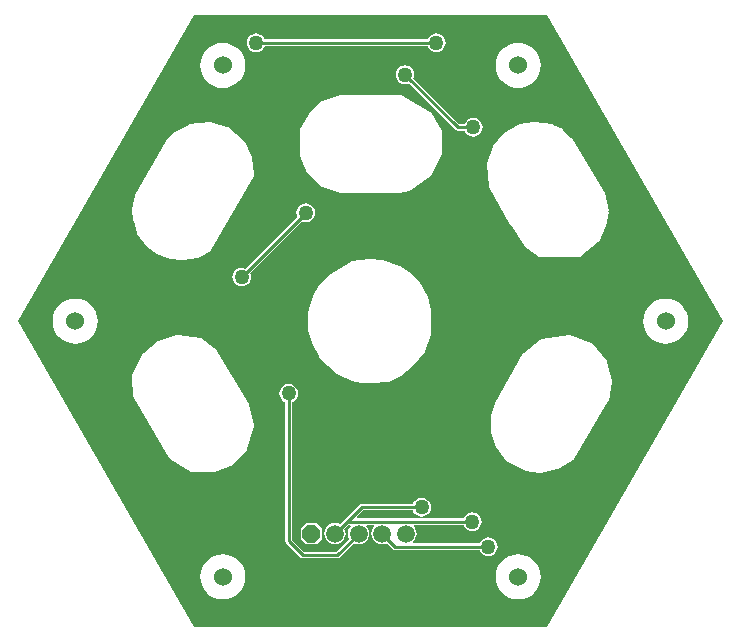
<source format=gbl>
G04 Layer_Physical_Order=2*
G04 Layer_Color=11436288*
%FSLAX24Y24*%
%MOIN*%
G70*
G01*
G75*
%ADD18C,0.0100*%
%ADD19C,0.0600*%
%ADD20C,0.0591*%
%ADD21P,0.0639X8X202.5*%
%ADD22C,0.0500*%
G36*
X35385Y23622D02*
X29504Y13435D01*
X17741D01*
X11863Y23615D01*
X11863Y23629D01*
X17741Y33809D01*
X29504Y33817D01*
X35385Y23622D01*
D02*
G37*
%LPC*%
G36*
X13780Y24374D02*
X13633Y24359D01*
X13492Y24316D01*
X13362Y24247D01*
X13248Y24154D01*
X13155Y24040D01*
X13085Y23910D01*
X13042Y23769D01*
X13028Y23622D01*
X13042Y23475D01*
X13085Y23334D01*
X13155Y23204D01*
X13248Y23091D01*
X13362Y22997D01*
X13492Y22928D01*
X13633Y22885D01*
X13780Y22870D01*
X13926Y22885D01*
X14067Y22928D01*
X14197Y22997D01*
X14311Y23091D01*
X14404Y23204D01*
X14474Y23334D01*
X14517Y23475D01*
X14531Y23622D01*
X14517Y23769D01*
X14474Y23910D01*
X14404Y24040D01*
X14311Y24154D01*
X14197Y24247D01*
X14067Y24316D01*
X13926Y24359D01*
X13780Y24374D01*
D02*
G37*
G36*
X30225Y23173D02*
X29320Y23016D01*
X29306Y23007D01*
X29291Y23003D01*
X28740Y22570D01*
X28734Y22559D01*
X28724Y22551D01*
X27779Y20898D01*
X27778Y20890D01*
X27773Y20883D01*
X27655Y20450D01*
X27656Y20441D01*
X27653Y20433D01*
Y19921D01*
X27657Y19912D01*
X27656Y19901D01*
X27813Y19429D01*
X27820Y19421D01*
X27823Y19410D01*
X28177Y18938D01*
X28190Y18930D01*
X28200Y18919D01*
X28751Y18644D01*
X28761Y18643D01*
X28770Y18638D01*
X29282Y18559D01*
X29293Y18562D01*
X29305Y18560D01*
X29856Y18678D01*
X29865Y18684D01*
X29876Y18686D01*
X30388Y19001D01*
X30397Y19013D01*
X30409Y19023D01*
X31551Y20952D01*
X31553Y20963D01*
X31559Y20972D01*
X31677Y21602D01*
X31674Y21616D01*
X31676Y21630D01*
X31519Y22260D01*
X31510Y22272D01*
X31505Y22286D01*
X30993Y22877D01*
X30979Y22883D01*
X30968Y22894D01*
X30259Y23170D01*
X30242Y23169D01*
X30225Y23173D01*
D02*
G37*
G36*
X17215Y23173D02*
X17200Y23170D01*
X17186Y23171D01*
X16556Y22974D01*
X16546Y22966D01*
X16534Y22962D01*
X16061Y22569D01*
X16055Y22557D01*
X16045Y22548D01*
X15691Y21840D01*
X15690Y21823D01*
X15684Y21807D01*
X15724Y21099D01*
X15730Y21085D01*
X15732Y21070D01*
X16913Y19062D01*
X16926Y19053D01*
X16935Y19040D01*
X17644Y18607D01*
X17661Y18604D01*
X17677Y18598D01*
X18425D01*
X18437Y18602D01*
X18449Y18602D01*
X19039Y18838D01*
X19050Y18848D01*
X19063Y18854D01*
X19496Y19327D01*
X19501Y19340D01*
X19510Y19352D01*
X19746Y20139D01*
X19745Y20156D01*
X19747Y20172D01*
X19590Y20841D01*
X19584Y20850D01*
X19582Y20860D01*
X18440Y22711D01*
X18430Y22718D01*
X18423Y22729D01*
X17990Y23044D01*
X17976Y23047D01*
X17963Y23055D01*
X17215Y23173D01*
D02*
G37*
G36*
X33465Y24374D02*
X33318Y24359D01*
X33177Y24316D01*
X33047Y24247D01*
X32933Y24154D01*
X32840Y24040D01*
X32770Y23910D01*
X32727Y23769D01*
X32713Y23622D01*
X32727Y23475D01*
X32770Y23334D01*
X32840Y23204D01*
X32933Y23091D01*
X33047Y22997D01*
X33177Y22928D01*
X33318Y22885D01*
X33465Y22870D01*
X33611Y22885D01*
X33752Y22928D01*
X33882Y22997D01*
X33996Y23091D01*
X34090Y23204D01*
X34159Y23334D01*
X34202Y23475D01*
X34216Y23622D01*
X34202Y23769D01*
X34159Y23910D01*
X34090Y24040D01*
X33996Y24154D01*
X33882Y24247D01*
X33752Y24316D01*
X33611Y24359D01*
X33465Y24374D01*
D02*
G37*
G36*
X28543Y15850D02*
X28397Y15835D01*
X28256Y15792D01*
X28126Y15723D01*
X28012Y15630D01*
X27918Y15516D01*
X27849Y15386D01*
X27806Y15245D01*
X27792Y15098D01*
X27806Y14951D01*
X27849Y14810D01*
X27918Y14680D01*
X28012Y14567D01*
X28126Y14473D01*
X28256Y14404D01*
X28397Y14361D01*
X28543Y14346D01*
X28690Y14361D01*
X28831Y14404D01*
X28961Y14473D01*
X29075Y14567D01*
X29168Y14680D01*
X29238Y14810D01*
X29281Y14951D01*
X29295Y15098D01*
X29281Y15245D01*
X29238Y15386D01*
X29168Y15516D01*
X29075Y15630D01*
X28961Y15723D01*
X28831Y15792D01*
X28690Y15835D01*
X28543Y15850D01*
D02*
G37*
G36*
X18701D02*
X18554Y15835D01*
X18413Y15792D01*
X18283Y15723D01*
X18169Y15630D01*
X18076Y15516D01*
X18006Y15386D01*
X17964Y15245D01*
X17949Y15098D01*
X17964Y14951D01*
X18006Y14810D01*
X18076Y14680D01*
X18169Y14567D01*
X18283Y14473D01*
X18413Y14404D01*
X18554Y14361D01*
X18701Y14346D01*
X18847Y14361D01*
X18988Y14404D01*
X19118Y14473D01*
X19232Y14567D01*
X19326Y14680D01*
X19395Y14810D01*
X19438Y14951D01*
X19452Y15098D01*
X19438Y15245D01*
X19395Y15386D01*
X19326Y15516D01*
X19232Y15630D01*
X19118Y15723D01*
X18988Y15792D01*
X18847Y15835D01*
X18701Y15850D01*
D02*
G37*
G36*
X20900Y21522D02*
X20819Y21511D01*
X20744Y21480D01*
X20680Y21430D01*
X20630Y21366D01*
X20599Y21291D01*
X20588Y21210D01*
X20599Y21129D01*
X20630Y21054D01*
X20680Y20990D01*
X20744Y20940D01*
X20789Y20922D01*
Y16295D01*
X20789Y16295D01*
X20797Y16252D01*
X20821Y16216D01*
X21296Y15741D01*
X21296Y15741D01*
X21332Y15717D01*
X21375Y15709D01*
X22513D01*
X22513Y15709D01*
X22555Y15717D01*
X22592Y15741D01*
X23068Y16218D01*
X23136Y16190D01*
X23228Y16178D01*
X23321Y16190D01*
X23407Y16226D01*
X23481Y16283D01*
X23538Y16357D01*
X23574Y16443D01*
X23586Y16535D01*
X23574Y16628D01*
X23538Y16714D01*
X23488Y16779D01*
X23503Y16829D01*
X23741D01*
X23756Y16779D01*
X23706Y16714D01*
X23671Y16628D01*
X23658Y16535D01*
X23671Y16443D01*
X23706Y16357D01*
X23763Y16283D01*
X23837Y16226D01*
X23923Y16190D01*
X24016Y16178D01*
X24108Y16190D01*
X24176Y16218D01*
X24373Y16021D01*
X24409Y15997D01*
X24451Y15989D01*
X27262D01*
X27280Y15944D01*
X27330Y15880D01*
X27394Y15830D01*
X27469Y15799D01*
X27550Y15788D01*
X27631Y15799D01*
X27706Y15830D01*
X27770Y15880D01*
X27820Y15944D01*
X27851Y16019D01*
X27862Y16100D01*
X27851Y16181D01*
X27820Y16256D01*
X27770Y16320D01*
X27706Y16370D01*
X27631Y16401D01*
X27550Y16412D01*
X27469Y16401D01*
X27394Y16370D01*
X27330Y16320D01*
X27280Y16256D01*
X27262Y16211D01*
X25045D01*
X25028Y16261D01*
X25056Y16283D01*
X25113Y16357D01*
X25148Y16443D01*
X25161Y16535D01*
X25148Y16628D01*
X25113Y16714D01*
X25063Y16779D01*
X25078Y16829D01*
X26732D01*
X26750Y16784D01*
X26800Y16720D01*
X26864Y16670D01*
X26939Y16639D01*
X27020Y16628D01*
X27101Y16639D01*
X27176Y16670D01*
X27240Y16720D01*
X27290Y16784D01*
X27321Y16859D01*
X27332Y16940D01*
X27321Y17021D01*
X27290Y17096D01*
X27240Y17160D01*
X27176Y17210D01*
X27101Y17241D01*
X27020Y17252D01*
X26939Y17241D01*
X26864Y17210D01*
X26800Y17160D01*
X26750Y17096D01*
X26732Y17051D01*
X23179D01*
X23160Y17097D01*
X23371Y17309D01*
X25036D01*
X25055Y17264D01*
X25104Y17199D01*
X25169Y17150D01*
X25244Y17119D01*
X25325Y17108D01*
X25405Y17119D01*
X25481Y17150D01*
X25545Y17199D01*
X25595Y17264D01*
X25626Y17339D01*
X25637Y17420D01*
X25626Y17500D01*
X25595Y17576D01*
X25545Y17640D01*
X25481Y17690D01*
X25405Y17721D01*
X25325Y17732D01*
X25244Y17721D01*
X25169Y17690D01*
X25104Y17640D01*
X25055Y17576D01*
X25036Y17531D01*
X23325D01*
X23325Y17531D01*
X23283Y17523D01*
X23247Y17498D01*
X23247Y17498D01*
X22767Y17019D01*
X22767Y17019D01*
X22601Y16853D01*
X22533Y16881D01*
X22441Y16893D01*
X22348Y16881D01*
X22262Y16845D01*
X22188Y16788D01*
X22131Y16714D01*
X22096Y16628D01*
X22084Y16535D01*
X22096Y16443D01*
X22131Y16357D01*
X22188Y16283D01*
X22262Y16226D01*
X22348Y16190D01*
X22441Y16178D01*
X22533Y16190D01*
X22620Y16226D01*
X22694Y16283D01*
X22750Y16357D01*
X22786Y16443D01*
X22798Y16535D01*
X22786Y16628D01*
X22758Y16695D01*
X22892Y16829D01*
X22954D01*
X22968Y16779D01*
X22919Y16714D01*
X22883Y16628D01*
X22871Y16535D01*
X22883Y16443D01*
X22911Y16375D01*
X22467Y15931D01*
X21421D01*
X21011Y16341D01*
Y20922D01*
X21056Y20940D01*
X21120Y20990D01*
X21170Y21054D01*
X21201Y21129D01*
X21212Y21210D01*
X21201Y21291D01*
X21170Y21366D01*
X21120Y21430D01*
X21056Y21480D01*
X20981Y21511D01*
X20900Y21522D01*
D02*
G37*
G36*
X21831Y16890D02*
X21476D01*
X21299Y16713D01*
Y16358D01*
X21476Y16181D01*
X21831D01*
X22008Y16358D01*
Y16713D01*
X21831Y16890D01*
D02*
G37*
G36*
X18701Y32897D02*
X18554Y32883D01*
X18413Y32840D01*
X18283Y32771D01*
X18169Y32677D01*
X18076Y32563D01*
X18006Y32433D01*
X17964Y32292D01*
X17949Y32146D01*
X17964Y31999D01*
X18006Y31858D01*
X18076Y31728D01*
X18169Y31614D01*
X18283Y31521D01*
X18413Y31451D01*
X18554Y31408D01*
X18701Y31394D01*
X18847Y31408D01*
X18988Y31451D01*
X19118Y31521D01*
X19232Y31614D01*
X19326Y31728D01*
X19395Y31858D01*
X19438Y31999D01*
X19452Y32146D01*
X19438Y32292D01*
X19395Y32433D01*
X19326Y32563D01*
X19232Y32677D01*
X19118Y32771D01*
X18988Y32840D01*
X18847Y32883D01*
X18701Y32897D01*
D02*
G37*
G36*
X24606Y31166D02*
X22638D01*
X22628Y31162D01*
X22618Y31163D01*
X22027Y30966D01*
X22017Y30958D01*
X22005Y30953D01*
X21650Y30638D01*
X21646Y30629D01*
X21638Y30623D01*
X21284Y30033D01*
X21281Y30016D01*
X21275Y30000D01*
Y29134D01*
X21280Y29122D01*
X21280Y29109D01*
X21516Y28558D01*
X21526Y28548D01*
X21532Y28536D01*
X22004Y28102D01*
X22017Y28098D01*
X22027Y28089D01*
X22618Y27892D01*
X22628Y27893D01*
X22638Y27889D01*
X24567D01*
X24574Y27892D01*
X24581Y27890D01*
X24935Y27969D01*
X24946Y27977D01*
X24959Y27980D01*
X25667Y28491D01*
X25676Y28505D01*
X25688Y28516D01*
X26003Y29185D01*
X26003Y29200D01*
X26009Y29213D01*
Y29921D01*
X26003Y29936D01*
X26001Y29953D01*
X25646Y30583D01*
X25633Y30593D01*
X25622Y30607D01*
X24638Y31158D01*
X24621Y31160D01*
X24606Y31166D01*
D02*
G37*
G36*
X25819Y33212D02*
X25739Y33201D01*
X25664Y33170D01*
X25599Y33120D01*
X25549Y33056D01*
X25531Y33011D01*
X20098D01*
X20080Y33056D01*
X20030Y33120D01*
X19966Y33170D01*
X19891Y33201D01*
X19810Y33212D01*
X19729Y33201D01*
X19654Y33170D01*
X19590Y33120D01*
X19540Y33056D01*
X19509Y32981D01*
X19498Y32900D01*
X19509Y32819D01*
X19540Y32744D01*
X19590Y32680D01*
X19654Y32630D01*
X19729Y32599D01*
X19810Y32588D01*
X19891Y32599D01*
X19966Y32630D01*
X20030Y32680D01*
X20080Y32744D01*
X20098Y32789D01*
X25531D01*
X25549Y32744D01*
X25599Y32680D01*
X25664Y32630D01*
X25739Y32599D01*
X25819Y32588D01*
X25900Y32599D01*
X25975Y32630D01*
X26040Y32680D01*
X26089Y32744D01*
X26120Y32819D01*
X26131Y32900D01*
X26120Y32981D01*
X26089Y33056D01*
X26040Y33120D01*
X25975Y33170D01*
X25900Y33201D01*
X25819Y33212D01*
D02*
G37*
G36*
X28543Y32897D02*
X28397Y32883D01*
X28256Y32840D01*
X28126Y32771D01*
X28012Y32677D01*
X27918Y32563D01*
X27849Y32433D01*
X27806Y32292D01*
X27792Y32146D01*
X27806Y31999D01*
X27849Y31858D01*
X27918Y31728D01*
X28012Y31614D01*
X28126Y31521D01*
X28256Y31451D01*
X28397Y31408D01*
X28543Y31394D01*
X28690Y31408D01*
X28831Y31451D01*
X28961Y31521D01*
X29075Y31614D01*
X29168Y31728D01*
X29238Y31858D01*
X29281Y31999D01*
X29295Y32146D01*
X29281Y32292D01*
X29238Y32433D01*
X29168Y32563D01*
X29075Y32677D01*
X28961Y32771D01*
X28831Y32840D01*
X28690Y32883D01*
X28543Y32897D01*
D02*
G37*
G36*
X29103Y30260D02*
X29094Y30258D01*
X29085Y30260D01*
X28573Y30181D01*
X28563Y30175D01*
X28550Y30173D01*
X28078Y29898D01*
X28071Y29888D01*
X28061Y29883D01*
X27706Y29450D01*
X27703Y29439D01*
X27696Y29431D01*
X27499Y28880D01*
X27500Y28865D01*
X27495Y28852D01*
X27574Y28104D01*
X27581Y28092D01*
X27582Y28079D01*
X28291Y26819D01*
X28292Y26818D01*
X28293Y26816D01*
X28726Y26146D01*
X28736Y26139D01*
X28743Y26129D01*
X29255Y25774D01*
X29274Y25770D01*
X29291Y25763D01*
X30591D01*
X30610Y25771D01*
X30630Y25777D01*
X31221Y26249D01*
X31228Y26262D01*
X31239Y26272D01*
X31475Y26784D01*
X31476Y26793D01*
X31480Y26801D01*
X31559Y27273D01*
X31556Y27284D01*
X31559Y27296D01*
X31441Y27887D01*
X31434Y27896D01*
X31433Y27907D01*
X30330Y29718D01*
X30324Y29723D01*
X30321Y29730D01*
X30045Y30006D01*
X30035Y30010D01*
X30029Y30018D01*
X29714Y30175D01*
X29703Y30176D01*
X29693Y30181D01*
X29103Y30260D01*
D02*
G37*
G36*
X23628Y25694D02*
X23621Y25691D01*
X23614Y25693D01*
X22984Y25615D01*
X22972Y25608D01*
X22959Y25606D01*
X22250Y25173D01*
X22246Y25166D01*
X22238Y25163D01*
X21963Y24888D01*
X21959Y24879D01*
X21952Y24874D01*
X21755Y24519D01*
X21755Y24515D01*
X21752Y24512D01*
X21594Y24118D01*
X21594Y24110D01*
X21590Y24102D01*
X21551Y23787D01*
X21552Y23783D01*
X21550Y23780D01*
Y23346D01*
X21554Y23338D01*
X21553Y23330D01*
X21671Y22897D01*
X21675Y22890D01*
X21676Y22883D01*
X21912Y22450D01*
X21918Y22445D01*
X21920Y22438D01*
X22196Y22123D01*
X22200Y22121D01*
X22202Y22117D01*
X22478Y21881D01*
X22487Y21878D01*
X22493Y21871D01*
X23005Y21635D01*
X23011Y21635D01*
X23016Y21631D01*
X23331Y21552D01*
X23339Y21553D01*
X23346Y21550D01*
X23622D01*
X23624Y21551D01*
X23626Y21550D01*
X24217Y21590D01*
X24228Y21595D01*
X24241Y21596D01*
X24635Y21793D01*
X24639Y21799D01*
X24646Y21800D01*
X25040Y22115D01*
X25043Y22121D01*
X25049Y22124D01*
X25443Y22597D01*
X25446Y22608D01*
X25454Y22616D01*
X25651Y23167D01*
X25650Y23179D01*
X25654Y23189D01*
Y23976D01*
X25651Y23984D01*
X25652Y23993D01*
X25534Y24426D01*
X25529Y24432D01*
X25529Y24440D01*
X25253Y24952D01*
X25244Y24959D01*
X25239Y24969D01*
X24924Y25245D01*
X24919Y25247D01*
X24916Y25251D01*
X24601Y25448D01*
X24594Y25449D01*
X24588Y25454D01*
X24037Y25651D01*
X24029Y25650D01*
X24022Y25654D01*
X23628Y25694D01*
D02*
G37*
G36*
X18260Y30260D02*
X17591Y30182D01*
X17580Y30176D01*
X17568Y30174D01*
X17056Y29899D01*
X17050Y29891D01*
X17041Y29888D01*
X16805Y29652D01*
X16802Y29643D01*
X16795Y29638D01*
X15771Y27827D01*
X15770Y27816D01*
X15764Y27807D01*
X15685Y27374D01*
X15687Y27365D01*
X15684Y27356D01*
X15724Y26962D01*
X15727Y26957D01*
X15726Y26950D01*
X15844Y26556D01*
X15851Y26548D01*
X15854Y26537D01*
X16169Y26104D01*
X16177Y26099D01*
X16182Y26091D01*
X16497Y25854D01*
X16506Y25852D01*
X16514Y25845D01*
X16947Y25688D01*
X16955Y25688D01*
X16962Y25684D01*
X17356Y25645D01*
X17364Y25648D01*
X17373Y25646D01*
X17845Y25724D01*
X17854Y25730D01*
X17865Y25731D01*
X18298Y25968D01*
X18309Y25981D01*
X18323Y25992D01*
X19741Y28472D01*
X19743Y28493D01*
X19748Y28513D01*
X19670Y29064D01*
X19665Y29072D01*
X19664Y29082D01*
X19428Y29594D01*
X19418Y29603D01*
X19412Y29615D01*
X18860Y30088D01*
X18847Y30092D01*
X18836Y30101D01*
X18285Y30258D01*
X18273Y30257D01*
X18260Y30260D01*
D02*
G37*
G36*
X24774Y32152D02*
X24693Y32141D01*
X24618Y32110D01*
X24554Y32060D01*
X24504Y31996D01*
X24473Y31921D01*
X24462Y31840D01*
X24473Y31759D01*
X24504Y31684D01*
X24554Y31620D01*
X24618Y31570D01*
X24693Y31539D01*
X24774Y31528D01*
X24855Y31539D01*
X24899Y31557D01*
X26457Y30000D01*
X26457Y30000D01*
X26493Y29976D01*
X26535Y29968D01*
X26535Y29968D01*
X26759D01*
X26777Y29923D01*
X26827Y29858D01*
X26891Y29809D01*
X26967Y29778D01*
X27047Y29767D01*
X27128Y29778D01*
X27203Y29809D01*
X27268Y29858D01*
X27317Y29923D01*
X27348Y29998D01*
X27359Y30079D01*
X27348Y30159D01*
X27317Y30235D01*
X27268Y30299D01*
X27203Y30349D01*
X27128Y30380D01*
X27047Y30390D01*
X26967Y30380D01*
X26891Y30349D01*
X26827Y30299D01*
X26777Y30235D01*
X26759Y30190D01*
X26581D01*
X25057Y31715D01*
X25075Y31759D01*
X25086Y31840D01*
X25075Y31921D01*
X25044Y31996D01*
X24995Y32060D01*
X24930Y32110D01*
X24855Y32141D01*
X24774Y32152D01*
D02*
G37*
G36*
X21470Y27542D02*
X21389Y27531D01*
X21314Y27500D01*
X21250Y27450D01*
X21200Y27386D01*
X21169Y27311D01*
X21158Y27230D01*
X21169Y27149D01*
X21187Y27105D01*
X19455Y25373D01*
X19411Y25391D01*
X19330Y25402D01*
X19249Y25391D01*
X19174Y25360D01*
X19110Y25310D01*
X19060Y25246D01*
X19029Y25171D01*
X19018Y25090D01*
X19029Y25009D01*
X19060Y24934D01*
X19110Y24870D01*
X19174Y24820D01*
X19249Y24789D01*
X19330Y24778D01*
X19411Y24789D01*
X19486Y24820D01*
X19550Y24870D01*
X19600Y24934D01*
X19631Y25009D01*
X19642Y25090D01*
X19631Y25171D01*
X19613Y25215D01*
X21345Y26947D01*
X21389Y26929D01*
X21470Y26918D01*
X21551Y26929D01*
X21626Y26960D01*
X21690Y27010D01*
X21740Y27074D01*
X21771Y27149D01*
X21782Y27230D01*
X21771Y27311D01*
X21740Y27386D01*
X21690Y27450D01*
X21626Y27500D01*
X21551Y27531D01*
X21470Y27542D01*
D02*
G37*
%LPD*%
D18*
X26535Y30079D02*
X27047D01*
X24774Y31840D02*
X26535Y30079D01*
X22845Y16940D02*
X23325Y17420D01*
X22441Y16535D02*
X22845Y16940D01*
X19810Y32900D02*
X25819D01*
X22513Y15820D02*
X23228Y16535D01*
X21375Y15820D02*
X22513D01*
X20900Y16295D02*
X21375Y15820D01*
X20900Y16295D02*
Y21210D01*
X23325Y17420D02*
X25325D01*
X22845Y16940D02*
X27020D01*
X20280Y32090D02*
X22630D01*
X19500Y31310D02*
X20280Y32090D01*
X18110Y31310D02*
X19500D01*
X22860Y32320D02*
X25370D01*
X22630Y32090D02*
X22860Y32320D01*
X19330Y25090D02*
X21470Y27230D01*
X24451Y16100D02*
X27550D01*
X24016Y16535D02*
X24451Y16100D01*
X25591Y16535D02*
X27250D01*
X27380Y16665D01*
Y18990D01*
X25810Y20560D02*
X27380Y18990D01*
D19*
X28543Y32146D02*
D03*
X33465Y23622D02*
D03*
X18701Y32146D02*
D03*
X13780Y23622D02*
D03*
X28543Y15098D02*
D03*
X18701D02*
D03*
D20*
X25591Y16535D02*
D03*
X24803D02*
D03*
X24016D02*
D03*
X23228D02*
D03*
X22441D02*
D03*
D21*
X21654D02*
D03*
D22*
X27047Y30079D02*
D03*
X24774Y31840D02*
D03*
X19810Y32900D02*
D03*
X25819D02*
D03*
X20900Y21210D02*
D03*
X25325Y17420D02*
D03*
X27020Y16940D02*
D03*
X22630Y32090D02*
D03*
X18110Y31310D02*
D03*
X25370Y32320D02*
D03*
X21470Y27230D02*
D03*
X19330Y25090D02*
D03*
X27550Y16100D02*
D03*
X25810Y20560D02*
D03*
M02*

</source>
